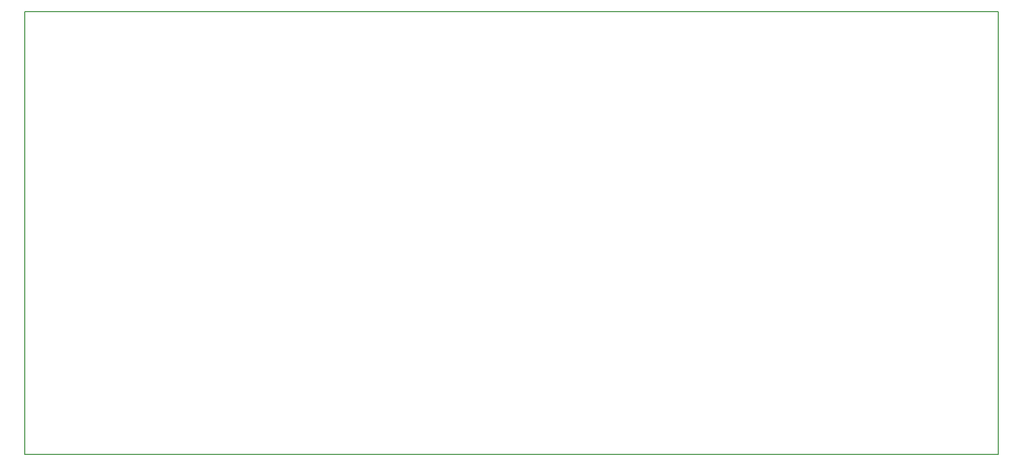
<source format=gm1>
G04 #@! TF.FileFunction,Profile,NP*
%FSLAX46Y46*%
G04 Gerber Fmt 4.6, Leading zero omitted, Abs format (unit mm)*
G04 Created by KiCad (PCBNEW 4.0.7-e2-6376~58~ubuntu16.04.1) date Sun Sep 24 14:08:17 2017*
%MOMM*%
%LPD*%
G01*
G04 APERTURE LIST*
%ADD10C,0.100000*%
%ADD11C,0.150000*%
G04 APERTURE END LIST*
D10*
D11*
X233299000Y-137160000D02*
X70104000Y-137160000D01*
X233299000Y-62865000D02*
X233299000Y-137160000D01*
X70104000Y-62865000D02*
X233299000Y-62865000D01*
X70104000Y-137160000D02*
X70104000Y-62865000D01*
M02*

</source>
